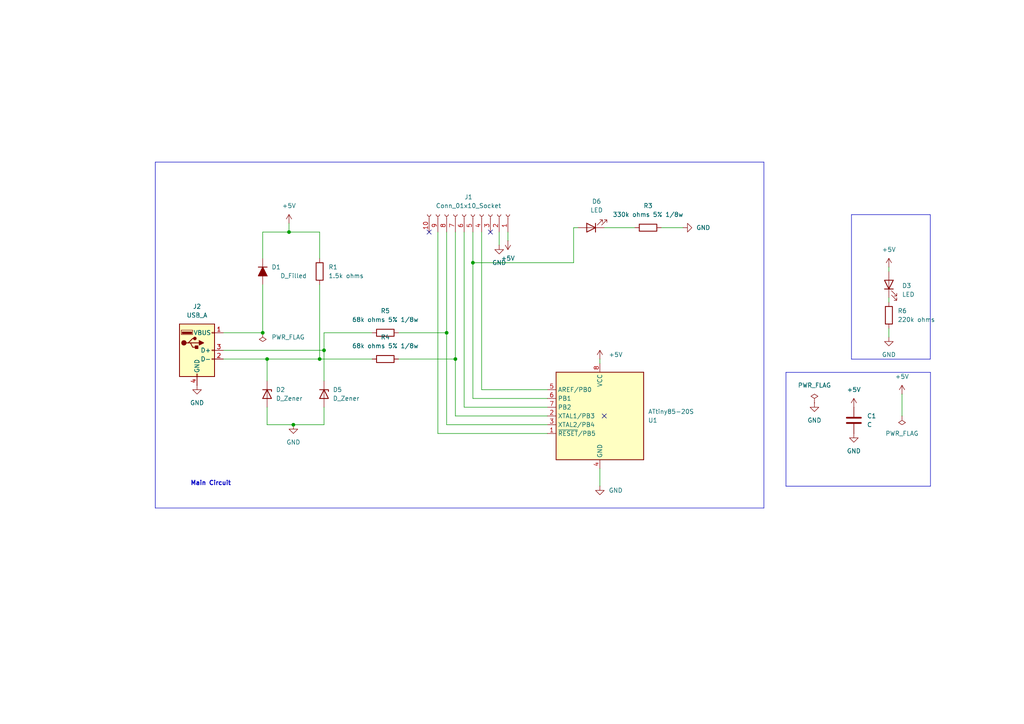
<source format=kicad_sch>
(kicad_sch (version 20250114) (generator "eeschema") (generator_version "9.0")
  (paper "A4")
  (title_block (date "2024-03-18") (rev "version Test2024") (company "UCC") (comment 1 "proyectoBase2024"))
  (lib_symbols
    (symbol "+5V_1" (power) (pin_names (offset 0))
      (property "Value" "+5V_1" (at 0 3.556 0))
      (symbol "+5V_1_0_1"
        (polyline (pts (xy -0.762 1.27) (xy 0 2.54)))
        (polyline (pts (xy 0 2.54) (xy 0.762 1.27)))
        (polyline (pts (xy 0 0) (xy 0 2.54)))
      )
      (symbol "+5V_1_1_1"
        (pin power_in line (at 0 0 90) (length 0) (hide yes) (name "+5V") (number "1"))
      )
    )
    (symbol "Connector:Conn_01x10_Socket" (pin_names (offset 1.016) (hide yes))
      (property "Reference" "J" (at 0 12.7 0))
      (property "Value" "Conn_01x10_Socket" (at 0 -15.24 0))
      (symbol "Conn_01x10_Socket_1_1"
        (polyline (pts (xy -1.27 10.16) (xy -0.508 10.16)) (stroke (width 0.1524)))
        (polyline (pts (xy -1.27 7.62) (xy -0.508 7.62)) (stroke (width 0.1524)))
        (polyline (pts (xy -1.27 5.08) (xy -0.508 5.08)) (stroke (width 0.1524)))
        (polyline (pts (xy -1.27 2.54) (xy -0.508 2.54)) (stroke (width 0.1524)))
        (polyline (pts (xy -1.27 0) (xy -0.508 0)) (stroke (width 0.1524)))
        (polyline (pts (xy -1.27 -2.54) (xy -0.508 -2.54)) (stroke (width 0.1524)))
        (polyline (pts (xy -1.27 -5.08) (xy -0.508 -5.08)) (stroke (width 0.1524)))
        (polyline (pts (xy -1.27 -7.62) (xy -0.508 -7.62)) (stroke (width 0.1524)))
        (polyline (pts (xy -1.27 -10.16) (xy -0.508 -10.16)) (stroke (width 0.1524)))
        (polyline (pts (xy -1.27 -12.7) (xy -0.508 -12.7)) (stroke (width 0.1524)))
        (arc (start 0 9.652) (mid -0.5058 10.16) (end 0 10.668) (stroke (width 0.1524)))
        (arc (start 0 7.112) (mid -0.5058 7.62) (end 0 8.128) (stroke (width 0.1524)))
        (arc (start 0 4.572) (mid -0.5058 5.08) (end 0 5.588) (stroke (width 0.1524)))
        (arc (start 0 2.032) (mid -0.5058 2.54) (end 0 3.048) (stroke (width 0.1524)))
        (arc (start 0 -0.508) (mid -0.5058 0) (end 0 0.508) (stroke (width 0.1524)))
        (arc (start 0 -3.048) (mid -0.5058 -2.54) (end 0 -2.032) (stroke (width 0.1524)))
        (arc (start 0 -5.588) (mid -0.5058 -5.08) (end 0 -4.572) (stroke (width 0.1524)))
        (arc (start 0 -8.128) (mid -0.5058 -7.62) (end 0 -7.112) (stroke (width 0.1524)))
        (arc (start 0 -10.668) (mid -0.5058 -10.16) (end 0 -9.652) (stroke (width 0.1524)))
        (arc (start 0 -13.208) (mid -0.5058 -12.7) (end 0 -12.192) (stroke (width 0.1524)))
        (pin passive line (at -5.08 10.16 0) (length 3.81) (name "Pin_1") (number "1"))
        (pin passive line (at -5.08 7.62 0) (length 3.81) (name "Pin_2") (number "2"))
        (pin passive line (at -5.08 5.08 0) (length 3.81) (name "Pin_3") (number "3"))
        (pin passive line (at -5.08 2.54 0) (length 3.81) (name "Pin_4") (number "4"))
        (pin passive line (at -5.08 0 0) (length 3.81) (name "Pin_5") (number "5"))
        (pin passive line (at -5.08 -2.54 0) (length 3.81) (name "Pin_6") (number "6"))
        (pin passive line (at -5.08 -5.08 0) (length 3.81) (name "Pin_7") (number "7"))
        (pin passive line (at -5.08 -7.62 0) (length 3.81) (name "Pin_8") (number "8"))
        (pin passive line (at -5.08 -10.16 0) (length 3.81) (name "Pin_9") (number "9"))
        (pin passive line (at -5.08 -12.7 0) (length 3.81) (name "Pin_10") (number "10"))
      )
    )
    (symbol "Connector:USB_A" (pin_names (offset 1.016))
      (property "Reference" "J2" (at 0 12.7 0))
      (property "Value" "USB_A" (at 0 10.16 0))
      (symbol "USB_A_0_1"
        (rectangle (start -5.08 -7.62) (end 5.08 7.62) (stroke (width 0.254)) (fill (type background)))
        (circle (center -3.81 2.159) (radius 0.635) (stroke (width 0.254)) (fill (type outline)))
        (polyline (pts (xy -3.175 2.159) (xy -2.54 2.159) (xy -1.27 3.429) (xy -0.635 3.429)) (stroke (width 0.254)))
        (polyline (pts (xy -2.54 2.159) (xy -1.905 2.159) (xy -1.27 0.889) (xy 0 0.889)) (stroke (width 0.254)))
        (rectangle (start -1.524 4.826) (end -4.318 5.334) (fill (type outline)))
        (rectangle (start -1.27 4.572) (end -4.572 5.842))
        (circle (center -0.635 3.429) (radius 0.381) (stroke (width 0.254)) (fill (type outline)))
        (rectangle (start -0.127 -7.62) (end 0.127 -6.858))
        (rectangle (start 0.254 1.27) (end -0.508 0.508) (stroke (width 0.254)) (fill (type outline)))
        (polyline (pts (xy 0.635 2.794) (xy 0.635 1.524) (xy 1.905 2.159) (xy 0.635 2.794)) (stroke (width 0.254)) (fill (type outline)))
        (rectangle (start 5.08 4.953) (end 4.318 5.207))
        (rectangle (start 5.08 -0.127) (end 4.318 0.127))
        (rectangle (start 5.08 -2.667) (end 4.318 -2.413))
      )
      (symbol "USB_A_1_1"
        (polyline (pts (xy -1.905 2.159) (xy 0.635 2.159)) (stroke (width 0.254)))
        (pin power_in line (at 0 -10.16 90) (length 2.54) (name "GND") (number "4"))
        (pin power_in line (at 7.62 5.08 180) (length 2.54) (name "VBUS") (number "1"))
        (pin bidirectional line (at 7.62 0 180) (length 2.54) (name "D+") (number "3"))
        (pin bidirectional line (at 7.62 -2.54 180) (length 2.54) (name "D-") (number "2"))
      )
    )
    (symbol "D_Filled_1" (pin_numbers (hide yes)) (pin_names (offset 1.016) (hide yes))
      (property "Reference" "D" (at 0 2.54 0))
      (property "Value" "D_Filled" (at 0 -2.54 0))
      (symbol "D_Filled_1_0_1"
        (polyline (pts (xy -1.27 1.27) (xy -1.27 -1.27)) (stroke (width 0.254)))
        (polyline (pts (xy 1.27 1.27) (xy 1.27 -1.27) (xy -1.27 0) (xy 1.27 1.27)) (stroke (width 0.254)) (fill (type outline)))
        (polyline (pts (xy 1.27 0) (xy -1.27 0)))
      )
      (symbol "D_Filled_1_1_1"
        (pin passive line (at -3.81 0 0) (length 2.54) (name "K") (number "1"))
        (pin passive line (at 3.81 0 180) (length 2.54) (name "A") (number "2"))
      )
    )
    (symbol "Device:C" (pin_numbers (hide yes)) (pin_names (offset 0.254))
      (property "Reference" "C" (at 0.635 2.54 0))
      (property "Value" "C" (at 0.635 -2.54 0))
      (symbol "C_0_1"
        (polyline (pts (xy -2.032 0.762) (xy 2.032 0.762)) (stroke (width 0.508)))
        (polyline (pts (xy -2.032 -0.762) (xy 2.032 -0.762)) (stroke (width 0.508)))
      )
      (symbol "C_1_1"
        (pin passive line (at 0 3.81 270) (length 2.794) (name "~") (number "1"))
        (pin passive line (at 0 -3.81 90) (length 2.794) (name "~") (number "2"))
      )
    )
    (symbol "Device:D_Zener" (pin_numbers (hide yes)) (pin_names (offset 1.016) (hide yes))
      (property "Reference" "D" (at 0 2.54 0))
      (property "Value" "D_Zener" (at 0 -2.54 0))
      (symbol "D_Zener_0_1"
        (polyline (pts (xy -1.27 -1.27) (xy -1.27 1.27) (xy -0.762 1.27)) (stroke (width 0.254)))
        (polyline (pts (xy 1.27 0) (xy -1.27 0)))
        (polyline (pts (xy 1.27 -1.27) (xy 1.27 1.27) (xy -1.27 0) (xy 1.27 -1.27)) (stroke (width 0.254)))
      )
      (symbol "D_Zener_1_1"
        (pin passive line (at -3.81 0 0) (length 2.54) (name "K") (number "1"))
        (pin passive line (at 3.81 0 180) (length 2.54) (name "A") (number "2"))
      )
    )
    (symbol "Device:LED" (pin_numbers (hide yes)) (pin_names (offset 1.016) (hide yes))
      (property "Reference" "D" (at 0 2.54 0))
      (property "Value" "LED" (at 0 -2.54 0))
      (symbol "LED_0_1"
        (polyline (pts (xy -3.048 -0.762) (xy -4.572 -2.286) (xy -3.81 -2.286) (xy -4.572 -2.286) (xy -4.572 -1.524)))
        (polyline (pts (xy -1.778 -0.762) (xy -3.302 -2.286) (xy -2.54 -2.286) (xy -3.302 -2.286) (xy -3.302 -1.524)))
        (polyline (pts (xy -1.27 0) (xy 1.27 0)))
        (polyline (pts (xy -1.27 -1.27) (xy -1.27 1.27)) (stroke (width 0.254)))
        (polyline (pts (xy 1.27 -1.27) (xy 1.27 1.27) (xy -1.27 0) (xy 1.27 -1.27)) (stroke (width 0.254)))
      )
      (symbol "LED_1_1"
        (pin passive line (at -3.81 0 0) (length 2.54) (name "K") (number "1"))
        (pin passive line (at 3.81 0 180) (length 2.54) (name "A") (number "2"))
      )
    )
    (symbol "Device:R" (pin_numbers (hide yes)) (pin_names (offset 0))
      (property "Reference" "R" (at 2.032 0 90))
      (property "Value" "R" (at 0 0 90))
      (symbol "R_0_1"
        (rectangle (start -1.016 -2.54) (end 1.016 2.54) (stroke (width 0.254)))
      )
      (symbol "R_1_1"
        (pin passive line (at 0 3.81 270) (length 1.27) (name "~") (number "1"))
        (pin passive line (at 0 -3.81 90) (length 1.27) (name "~") (number "2"))
      )
    )
    (symbol "GND_1" (power) (pin_names (offset 0))
      (property "Value" "GND_1" (at 0 -3.81 0))
      (symbol "GND_1_0_1"
        (polyline (pts (xy 0 0) (xy 0 -1.27) (xy 1.27 -1.27) (xy 0 -2.54) (xy -1.27 -1.27) (xy 0 -1.27)))
      )
      (symbol "GND_1_1_1"
        (pin power_in line (at 0 0 270) (length 0) (hide yes) (name "GND") (number "1"))
      )
    )
    (symbol "MCU_Microchip_ATtiny:ATtiny85-20S"
      (property "Reference" "U" (at -12.7 13.97 0))
      (property "Value" "ATtiny85-20S" (at 2.54 -13.97 0))
      (symbol "ATtiny85-20S_0_1"
        (rectangle (start -12.7 -12.7) (end 12.7 12.7) (stroke (width 0.254)) (fill (type background)))
      )
      (symbol "ATtiny85-20S_1_1"
        (pin power_in line (at 0 15.24 270) (length 2.54) (name "VCC") (number "8"))
        (pin power_in line (at 0 -15.24 90) (length 2.54) (name "GND") (number "4"))
        (pin bidirectional line (at 15.24 7.62 180) (length 2.54) (name "AREF/PB0") (number "5"))
        (pin bidirectional line (at 15.24 5.08 180) (length 2.54) (name "PB1") (number "6"))
        (pin bidirectional line (at 15.24 2.54 180) (length 2.54) (name "PB2") (number "7"))
        (pin bidirectional line (at 15.24 0 180) (length 2.54) (name "XTAL1/PB3") (number "2"))
        (pin bidirectional line (at 15.24 -2.54 180) (length 2.54) (name "XTAL2/PB4") (number "3"))
        (pin bidirectional line (at 15.24 -5.08 180) (length 2.54) (name "~{RESET}/PB5") (number "1"))
      )
    )
    (symbol "PWR_FLAG_1" (power) (pin_numbers (hide yes)) (pin_names (offset 0) (hide yes))
      (property "Value" "PWR_FLAG_1" (at 0 3.81 0))
      (symbol "PWR_FLAG_1_0_0"
        (pin power_out line (at 0 0 90) (length 0) (name "pwr") (number "1"))
      )
      (symbol "PWR_FLAG_1_0_1"
        (polyline (pts (xy 0 0) (xy 0 1.27) (xy -1.016 1.905) (xy 0 2.54) (xy 1.016 1.905) (xy 0 1.27)))
      )
    )
    (symbol "power:+5V" (power) (pin_numbers (hide yes)) (pin_names (offset 0) (hide yes))
      (property "Value" "+5V" (at 0 3.556 0))
      (symbol "+5V_0_1"
        (polyline (pts (xy -0.762 1.27) (xy 0 2.54)))
        (polyline (pts (xy 0 2.54) (xy 0.762 1.27)))
        (polyline (pts (xy 0 0) (xy 0 2.54)))
      )
      (symbol "+5V_1_1"
        (pin power_in line (at 0 0 90) (length 0) (name "~") (number "1"))
      )
    )
    (symbol "power:GND" (power) (pin_numbers (hide yes)) (pin_names (offset 0) (hide yes))
      (property "Value" "GND" (at 0 -3.81 0))
      (symbol "GND_0_1"
        (polyline (pts (xy 0 0) (xy 0 -1.27) (xy 1.27 -1.27) (xy 0 -2.54) (xy -1.27 -1.27) (xy 0 -1.27)))
      )
      (symbol "GND_1_1"
        (pin power_in line (at 0 0 270) (length 0) (name "~") (number "1"))
      )
    )
    (symbol "power:PWR_FLAG" (power) (pin_numbers (hide yes)) (pin_names (offset 0) (hide yes))
      (property "Value" "PWR_FLAG" (at 0 3.81 0))
      (symbol "PWR_FLAG_0_0"
        (pin power_out line (at 0 0 90) (length 0) (name "~") (number "1"))
      )
      (symbol "PWR_FLAG_0_1"
        (polyline (pts (xy 0 0) (xy 0 1.27) (xy -1.016 1.905) (xy 0 2.54) (xy 1.016 1.905) (xy 0 1.27)))
      )
    )
  )
  (text "Main Circuit" (at 55.1942 140.9954 0) (effects (font (size 1.27 1.27) (thickness 0.254) (bold yes)) (justify left bottom)))
  (junction (at 132.08 104.14))
  (junction (at 93.98 101.6))
  (junction (at 83.82 67.31))
  (junction (at 85.09 123.19))
  (junction (at 76.2 96.52))
  (junction (at 92.71 104.14))
  (junction (at 129.54 96.52))
  (junction (at 77.47 104.14))
  (junction (at 137.16 76.2))
  (no_connect (at 175.26 120.65))
  (no_connect (at 124.46 67.31))
  (no_connect (at 142.24 67.31))
  (wire (pts (xy 93.98 118.11) (xy 93.98 123.19)))
  (polyline (pts (xy 45.0342 147.3454) (xy 45.0342 47.0154)))
  (wire (pts (xy 93.98 96.52) (xy 107.95 96.52)))
  (wire (pts (xy 166.37 76.2) (xy 137.16 76.2)))
  (wire (pts (xy 158.75 123.19) (xy 129.54 123.19)))
  (wire (pts (xy 137.16 115.57) (xy 137.16 76.2)))
  (wire (pts (xy 115.57 104.14) (xy 132.08 104.14)))
  (polyline (pts (xy 221.5642 47.0154) (xy 221.5642 147.3454)))
  (wire (pts (xy 92.71 104.14) (xy 107.95 104.14)))
  (wire (pts (xy 137.16 67.31) (xy 137.16 76.2)))
  (wire (pts (xy 92.71 82.55) (xy 92.71 104.14)))
  (wire (pts (xy 261.62 114.3) (xy 261.62 120.65)))
  (wire (pts (xy 83.82 64.77) (xy 83.82 67.31)))
  (wire (pts (xy 93.98 101.6) (xy 93.98 110.49)))
  (wire (pts (xy 173.99 135.89) (xy 173.99 140.97)))
  (wire (pts (xy 76.2 67.31) (xy 76.2 74.93)))
  (polyline (pts (xy 269.8242 62.2554) (xy 269.8242 104.1654)))
  (wire (pts (xy 93.98 123.19) (xy 85.09 123.19)))
  (wire (pts (xy 134.62 118.11) (xy 134.62 67.31)))
  (wire (pts (xy 147.32 67.31) (xy 147.32 69.85)))
  (wire (pts (xy 158.75 113.03) (xy 139.7 113.03)))
  (wire (pts (xy 129.54 96.52) (xy 129.54 67.31)))
  (wire (pts (xy 76.2 82.55) (xy 76.2 96.52)))
  (polyline (pts (xy 227.965 108.0008) (xy 269.875 108.0008)))
  (wire (pts (xy 257.81 77.47) (xy 257.81 78.74)))
  (wire (pts (xy 92.71 74.93) (xy 92.71 67.31)))
  (polyline (pts (xy 269.8242 104.1654) (xy 246.9642 104.1654)))
  (wire (pts (xy 93.98 96.52) (xy 93.98 101.6)))
  (wire (pts (xy 166.37 76.2) (xy 166.37 66.04)))
  (wire (pts (xy 132.08 120.65) (xy 132.08 104.14)))
  (polyline (pts (xy 227.965 141.0208) (xy 227.965 108.0008)))
  (wire (pts (xy 127 125.73) (xy 127 67.31)))
  (wire (pts (xy 175.26 66.04) (xy 184.15 66.04)))
  (polyline (pts (xy 221.5642 147.3454) (xy 45.0342 147.3454)))
  (wire (pts (xy 76.2 96.52) (xy 64.77 96.52)))
  (wire (pts (xy 92.71 67.31) (xy 83.82 67.31)))
  (wire (pts (xy 139.7 113.03) (xy 139.7 67.31)))
  (wire (pts (xy 158.75 118.11) (xy 134.62 118.11)))
  (wire (pts (xy 77.47 110.49) (xy 77.47 104.14)))
  (wire (pts (xy 83.82 67.31) (xy 76.2 67.31)))
  (wire (pts (xy 77.47 104.14) (xy 64.77 104.14)))
  (wire (pts (xy 77.47 104.14) (xy 92.71 104.14)))
  (wire (pts (xy 115.57 96.52) (xy 129.54 96.52)))
  (wire (pts (xy 257.81 97.79) (xy 257.81 95.25)))
  (polyline (pts (xy 246.9642 104.1654) (xy 246.9642 62.2554)))
  (wire (pts (xy 129.54 123.19) (xy 129.54 96.52)))
  (wire (pts (xy 191.77 66.04) (xy 198.12 66.04)))
  (polyline (pts (xy 246.9642 62.2554) (xy 269.8242 62.2554)))
  (wire (pts (xy 257.81 86.36) (xy 257.81 87.63)))
  (wire (pts (xy 64.77 101.6) (xy 93.98 101.6)))
  (wire (pts (xy 158.75 120.65) (xy 132.08 120.65)))
  (wire (pts (xy 144.78 67.31) (xy 144.78 71.12)))
  (wire (pts (xy 173.99 104.14) (xy 173.99 105.41)))
  (wire (pts (xy 85.09 123.19) (xy 77.47 123.19)))
  (wire (pts (xy 158.75 125.73) (xy 127 125.73)))
  (wire (pts (xy 158.75 115.57) (xy 137.16 115.57)))
  (wire (pts (xy 166.37 66.04) (xy 167.64 66.04)))
  (polyline (pts (xy 269.875 108.0008) (xy 269.875 141.0208)))
  (polyline (pts (xy 45.0342 47.0154) (xy 221.5642 47.0154)))
  (polyline (pts (xy 269.875 141.0208) (xy 227.965 141.0208)))
  (wire (pts (xy 77.47 123.19) (xy 77.47 118.11)))
  (wire (pts (xy 132.08 104.14) (xy 132.08 67.31)))
  (symbol (lib_id "power:+5V") (at 247.65 118.11 0) (unit 1)
    (property "Reference" "#PWR09" (effects (hide yes)))
    (property "Value" "+5V" (at 247.65 113.03 0))
    (property "Description" "Power symbol creates a global label with name \"+5V\"" (effects (hide yes)))
  )
  (symbol (lib_id "Device:LED") (at 257.81 82.55 90) (unit 1)
    (property "Reference" "D3" (at 261.62 82.8674 90) (effects (justify right)))
    (property "Value" "LED" (at 261.62 85.4074 90) (effects (justify right)))
    (property "Footprint" "ledSmd:ledSMD" (effects (hide yes)))
  )
  (symbol (lib_id "Device:R") (at 111.76 104.14 90) (unit 1)
    (property "Reference" "R4" (at 111.76 97.79 90))
    (property "Value" "68k ohms 5% 1/8w" (at 111.76 100.33 90))
    (property "Footprint" "Resistor_SMD:R_0805_2012Metric_Pad1.20x1.40mm_HandSolder" (effects (hide yes)))
  )
  (symbol (lib_id "Device:R") (at 92.71 78.74 0) (unit 1)
    (property "Reference" "R1" (at 95.25 77.4699 0) (effects (justify left)))
    (property "Value" "1.5k ohms" (at 95.25 80.0099 0) (effects (justify left)))
    (property "Footprint" "Resistor_SMD:R_0805_2012Metric_Pad1.20x1.40mm_HandSolder" (effects (hide yes)))
  )
  (symbol (lib_id "Device:D_Zener") (at 77.47 114.3 270) (unit 1)
    (property "Reference" "D2" (at 80.01 113.03 90) (effects (justify left)))
    (property "Value" "D_Zener" (at 80.01 115.57 90) (effects (justify left)))
    (property "Footprint" "Diode_SMD:D_SOD-123" (effects (hide yes)))
  )
  (symbol (lib_id "power:GND") (at 57.15 111.76 0) (unit 1)
    (property "Reference" "#PWR06" (effects (hide yes)))
    (property "Value" "GND" (at 57.15 116.84 0))
    (property "Description" "Power symbol creates a global label with name \"GND\" , ground" (effects (hide yes)))
  )
  (symbol (lib_id "power:GND") (at 236.22 116.84 0) (unit 1)
    (property "Reference" "#PWR010" (effects (hide yes)))
    (property "Value" "GND" (at 236.22 121.92 0))
    (property "Description" "Power symbol creates a global label with name \"GND\" , ground" (effects (hide yes)))
  )
  (symbol (lib_id "MCU_Microchip_ATtiny:ATtiny85-20S") (at 173.99 120.65 0) (mirror y) (unit 1)
    (property "Reference" "U1" (at 187.96 121.9201 0) (effects (justify right)))
    (property "Value" "ATtiny85-20S" (at 187.96 119.3801 0) (effects (justify right)))
    (property "Footprint" "Package_SO:SOIC-8W_5.3x5.3mm_P1.27mm" (effects (hide yes)))
    (property "Datasheet" "http://ww1.microchip.com/downloads/en/DeviceDoc/atmel-2586-avr-8-bit-microcontroller-attiny25-attiny45-attiny85_datasheet.pdf" (effects (hide yes)))
  )
  (symbol (lib_id "power:GND") (at 198.12 66.04 90) (unit 1)
    (property "Reference" "#PWR05" (effects (hide yes)))
    (property "Value" "GND" (at 201.93 66.0399 90) (effects (justify right)))
    (property "Description" "Power symbol creates a global label with name \"GND\" , ground" (effects (hide yes)))
  )
  (symbol (lib_id "power:PWR_FLAG") (at 261.62 120.65 180) (unit 1)
    (property "Reference" "#FLG03" (effects (hide yes)))
    (property "Value" "PWR_FLAG" (at 261.62 125.73 0))
    (property "Description" "Special symbol for telling ERC where power comes from" (effects (hide yes)))
  )
  (symbol (lib_id "Connector:Conn_01x10_Socket") (at 137.16 62.23 270) (mirror x) (unit 1)
    (property "Reference" "J1" (at 135.89 57.15 90))
    (property "Value" "Conn_01x10_Socket" (at 135.89 59.69 90))
    (property "Footprint" "Connector_PinHeader_2.54mm:PinHeader_1x10_P2.54mm_Vertical" (effects (hide yes)))
  )
  (symbol (lib_name "PWR_FLAG_1") (lib_id "power:PWR_FLAG") (at 76.2 96.52 180) (unit 1)
    (property "Reference" "#FLG01" (effects (hide yes)))
    (property "Value" "PWR_FLAG" (at 78.74 97.7899 0) (effects (justify right)))
  )
  (symbol (lib_id "power:GND") (at 247.65 125.73 0) (unit 1)
    (property "Reference" "#PWR011" (effects (hide yes)))
    (property "Value" "GND" (at 247.65 130.81 0))
    (property "Description" "Power symbol creates a global label with name \"GND\" , ground" (effects (hide yes)))
  )
  (symbol (lib_id "Connector:USB_A") (at 57.15 101.6 0) (unit 1)
    (property "Reference" "J2" (at 57.15 88.9 0))
    (property "Value" "USB_A" (at 57.15 91.44 0))
    (property "Footprint" "embeddedPcbUsb:USB_A_UCC" (effects (hide yes)))
    (property "Datasheet" " ~" (effects (hide yes)))
  )
  (symbol (lib_name "GND_1") (lib_id "power:GND") (at 257.81 97.79 0) (unit 1)
    (property "Reference" "#PWR02" (effects (hide yes)))
    (property "Value" "GND" (at 257.81 102.87 0))
  )
  (symbol (lib_id "power:GND") (at 173.99 140.97 0) (unit 1)
    (property "Reference" "#PWR08" (effects (hide yes)))
    (property "Value" "GND" (at 176.53 142.2399 0) (effects (justify left)))
    (property "Description" "Power symbol creates a global label with name \"GND\" , ground" (effects (hide yes)))
  )
  (symbol (lib_id "power:+5V") (at 173.99 104.14 0) (unit 1)
    (property "Reference" "#PWR07" (effects (hide yes)))
    (property "Value" "+5V" (at 176.53 102.8699 0) (effects (justify left)))
    (property "Description" "Power symbol creates a global label with name \"+5V\"" (effects (hide yes)))
  )
  (symbol (lib_name "+5V_1") (lib_id "power:+5V") (at 83.82 64.77 0) (unit 1)
    (property "Reference" "#PWR01" (effects (hide yes)))
    (property "Value" "+5V" (at 83.82 59.69 0))
  )
  (symbol (lib_id "Device:D_Zener") (at 93.98 114.3 270) (unit 1)
    (property "Reference" "D5" (at 96.52 113.03 90) (effects (justify left)))
    (property "Value" "D_Zener" (at 96.52 115.57 90) (effects (justify left)))
    (property "Footprint" "Diode_SMD:D_SOD-123" (effects (hide yes)))
  )
  (symbol (lib_id "power:GND") (at 144.78 71.12 0) (unit 1)
    (property "Reference" "#PWR04" (effects (hide yes)))
    (property "Value" "GND" (at 144.78 76.2 0))
    (property "Description" "Power symbol creates a global label with name \"GND\" , ground" (effects (hide yes)))
  )
  (symbol (lib_id "Device:R") (at 257.81 91.44 0) (unit 1)
    (property "Reference" "R6" (at 260.35 90.1699 0) (effects (justify left)))
    (property "Value" "220k ohms" (at 260.35 92.7099 0) (effects (justify left)))
    (property "Footprint" "Resistor_SMD:R_0805_2012Metric_Pad1.20x1.40mm_HandSolder" (effects (hide yes)))
  )
  (symbol (lib_id "Device:R") (at 187.96 66.04 90) (unit 1)
    (property "Reference" "R3" (at 187.96 59.69 90))
    (property "Value" "330k ohms 5% 1/8w" (at 187.96 62.23 90))
    (property "Footprint" "Resistor_SMD:R_0805_2012Metric_Pad1.20x1.40mm_HandSolder" (effects (hide yes)))
  )
  (symbol (lib_id "power:PWR_FLAG") (at 236.22 116.84 0) (unit 1)
    (property "Reference" "#FLG02" (effects (hide yes)))
    (property "Value" "PWR_FLAG" (at 236.22 111.76 0))
    (property "Description" "Special symbol for telling ERC where power comes from" (effects (hide yes)))
  )
  (symbol (lib_id "Device:LED") (at 171.45 66.04 180) (unit 1)
    (property "Reference" "D6" (at 173.0375 58.42 0))
    (property "Value" "LED" (at 173.0375 60.96 0))
    (property "Footprint" "ledSmd:ledSMD" (effects (hide yes)))
  )
  (symbol (lib_id "Device:R") (at 111.76 96.52 270) (unit 1)
    (property "Reference" "R5" (at 111.76 90.17 90))
    (property "Value" "68k ohms 5% 1/8w" (at 111.76 92.71 90))
    (property "Footprint" "Resistor_SMD:R_0805_2012Metric_Pad1.20x1.40mm_HandSolder" (effects (hide yes)))
  )
  (symbol (lib_id "power:GND") (at 85.09 123.19 0) (unit 1)
    (property "Reference" "#PWR03" (effects (hide yes)))
    (property "Value" "GND" (at 85.09 128.27 0))
    (property "Description" "Power symbol creates a global label with name \"GND\" , ground" (effects (hide yes)))
  )
  (symbol (lib_id "Device:C") (at 247.65 121.92 0) (unit 1)
    (property "Reference" "C1" (at 251.46 120.65 0) (effects (justify left)))
    (property "Value" "C" (at 251.46 123.19 0) (effects (justify left)))
    (property "Footprint" "Capacitor_SMD:C_0805_2012Metric_Pad1.18x1.45mm_HandSolder" (effects (hide yes)))
  )
  (symbol (lib_id "power:+5V") (at 257.81 77.47 0) (unit 1)
    (property "Reference" "#PWR012" (effects (hide yes)))
    (property "Value" "+5V" (at 257.81 72.39 0))
    (property "Description" "Power symbol creates a global label with name \"+5V\"" (effects (hide yes)))
  )
  (symbol (lib_id "power:+5V") (at 261.62 114.3 0) (unit 1)
    (property "Reference" "#PWR014" (effects (hide yes)))
    (property "Value" "+5V" (at 261.62 109.22 0))
    (property "Description" "Power symbol creates a global label with name \"+5V\"" (effects (hide yes)))
  )
  (symbol (lib_id "power:+5V") (at 147.32 69.85 180) (unit 1)
    (property "Reference" "#PWR013" (effects (hide yes)))
    (property "Value" "+5V" (at 147.32 74.93 0))
    (property "Description" "Power symbol creates a global label with name \"+5V\"" (effects (hide yes)))
  )
  (symbol (lib_name "D_Filled_1") (lib_id "Device:D_Filled") (at 76.2 78.74 270) (unit 1)
    (property "Reference" "D1" (at 78.74 77.47 90) (effects (justify left)))
    (property "Value" "D_Filled" (at 81.28 80.01 90) (effects (justify left)))
    (property "Footprint" "Diode_SMD:D_MiniMELF" (effects (hide yes)))
    (property "Sim.Device" "D" (effects (hide yes)))
    (property "Sim.Pins" "1=K 2=A" (effects (hide yes)))
  )
)
</source>
